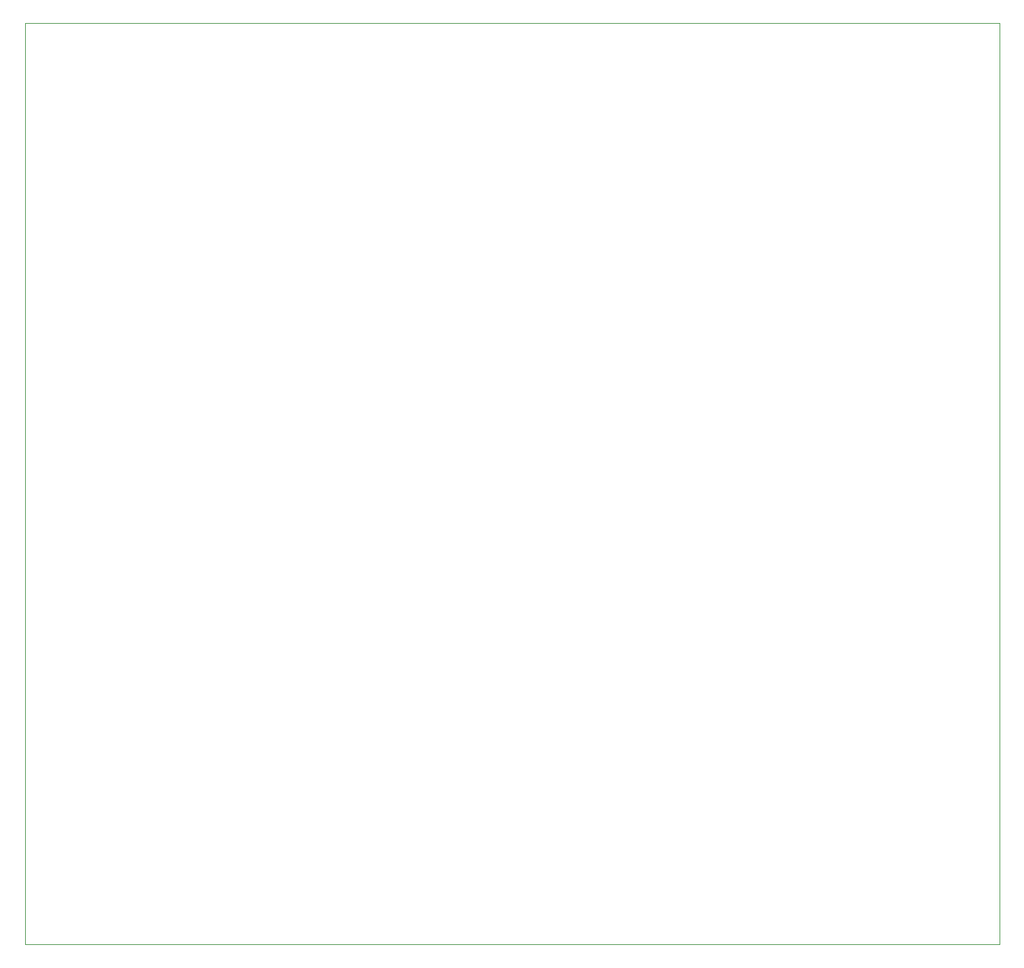
<source format=gbr>
%TF.GenerationSoftware,KiCad,Pcbnew,7.0.11*%
%TF.CreationDate,2024-05-01T23:49:06+02:00*%
%TF.ProjectId,KiCad,4b694361-642e-46b6-9963-61645f706362,rev?*%
%TF.SameCoordinates,Original*%
%TF.FileFunction,Profile,NP*%
%FSLAX46Y46*%
G04 Gerber Fmt 4.6, Leading zero omitted, Abs format (unit mm)*
G04 Created by KiCad (PCBNEW 7.0.11) date 2024-05-01 23:49:06*
%MOMM*%
%LPD*%
G01*
G04 APERTURE LIST*
%TA.AperFunction,Profile*%
%ADD10C,0.100000*%
%TD*%
G04 APERTURE END LIST*
D10*
X66250000Y-23250000D02*
X187750000Y-23250000D01*
X187750000Y-138250000D01*
X66250000Y-138250000D01*
X66250000Y-23250000D01*
M02*

</source>
